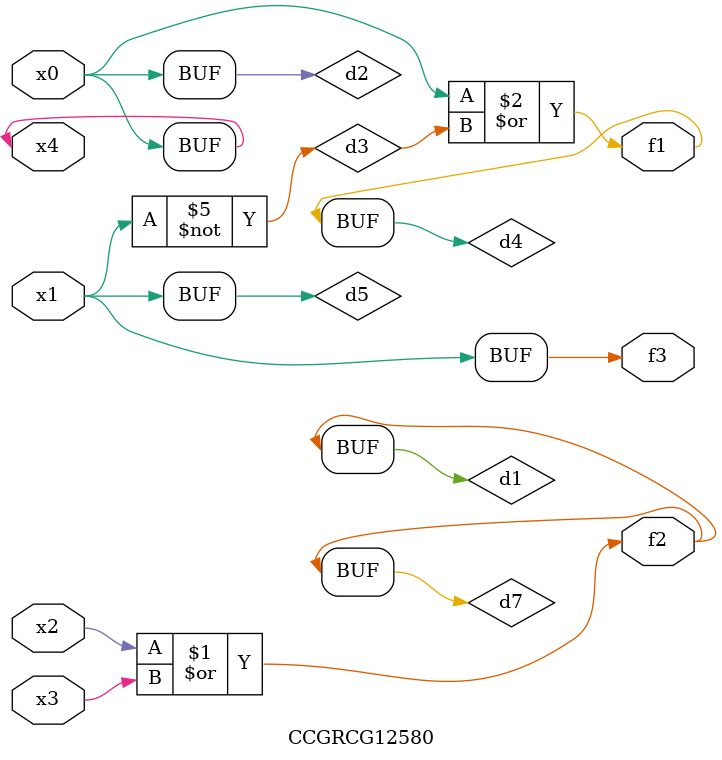
<source format=v>
module CCGRCG12580(
	input x0, x1, x2, x3, x4,
	output f1, f2, f3
);

	wire d1, d2, d3, d4, d5, d6, d7;

	or (d1, x2, x3);
	buf (d2, x0, x4);
	not (d3, x1);
	or (d4, d2, d3);
	not (d5, d3);
	nand (d6, d1, d3);
	or (d7, d1);
	assign f1 = d4;
	assign f2 = d7;
	assign f3 = d5;
endmodule

</source>
